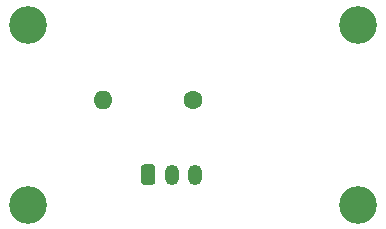
<source format=gbr>
%TF.GenerationSoftware,KiCad,Pcbnew,(5.1.10-1-10_14)*%
%TF.CreationDate,2021-11-05T21:54:39-04:00*%
%TF.ProjectId,TempSensor,54656d70-5365-46e7-936f-722e6b696361,rev?*%
%TF.SameCoordinates,Original*%
%TF.FileFunction,Soldermask,Bot*%
%TF.FilePolarity,Negative*%
%FSLAX46Y46*%
G04 Gerber Fmt 4.6, Leading zero omitted, Abs format (unit mm)*
G04 Created by KiCad (PCBNEW (5.1.10-1-10_14)) date 2021-11-05 21:54:39*
%MOMM*%
%LPD*%
G01*
G04 APERTURE LIST*
%ADD10C,3.200000*%
%ADD11O,1.600000X1.600000*%
%ADD12C,1.600000*%
%ADD13O,1.200000X1.750000*%
G04 APERTURE END LIST*
D10*
%TO.C,REF\u002A\u002A*%
X153670000Y-63500000D03*
%TD*%
%TO.C,REF\u002A\u002A*%
X125730000Y-63500000D03*
%TD*%
%TO.C,REF\u002A\u002A*%
X125730000Y-78740000D03*
%TD*%
%TO.C,REF\u002A\u002A*%
X153670000Y-78740000D03*
%TD*%
D11*
%TO.C,R1*%
X132080000Y-69850000D03*
D12*
X139700000Y-69850000D03*
%TD*%
D13*
%TO.C,J1*%
X139890000Y-76200000D03*
X137890000Y-76200000D03*
G36*
G01*
X135290000Y-76825001D02*
X135290000Y-75574999D01*
G75*
G02*
X135539999Y-75325000I249999J0D01*
G01*
X136240001Y-75325000D01*
G75*
G02*
X136490000Y-75574999I0J-249999D01*
G01*
X136490000Y-76825001D01*
G75*
G02*
X136240001Y-77075000I-249999J0D01*
G01*
X135539999Y-77075000D01*
G75*
G02*
X135290000Y-76825001I0J249999D01*
G01*
G37*
%TD*%
M02*

</source>
